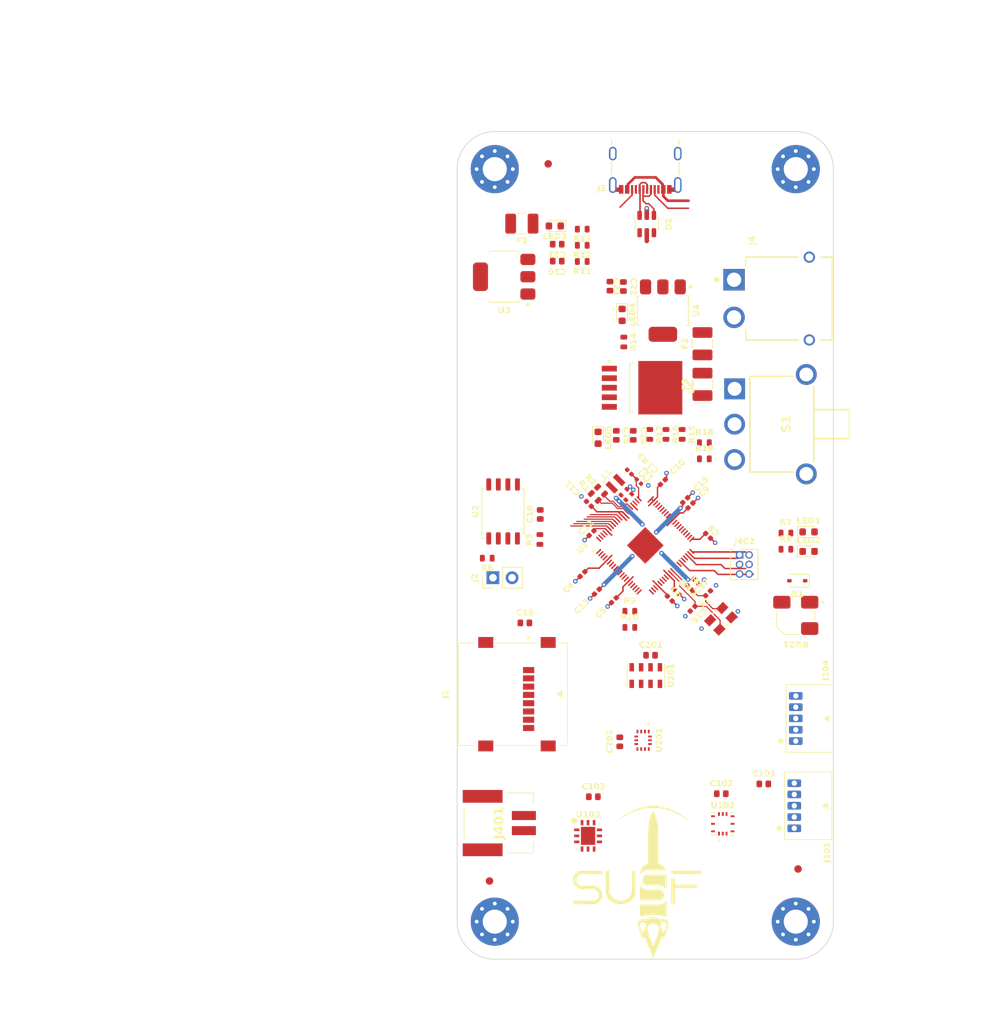
<source format=kicad_pcb>
(kicad_pcb (version 20241229) (generator "pcbnew") (generator_version "9.0")
  (title_block (title "${DOC_TYPE} Document") (date "2024-04-13") (rev "1.1") (company "${COMPANY}"))
  (layers (0 "F.Cu" mixed "L1") (4 "In1.Cu" power "L2 (GND)") (6 "In2.Cu" power "L3 (PWR)") (2 "B.Cu" mixed "L4") (13 "F.Paste" user) (15 "B.Paste" user) (5 "F.SilkS" user "F.Silkscreen") (7 "B.SilkS" user "B.Silkscreen") (1 "F.Mask" user) (3 "B.Mask" user) (25 "Edge.Cuts" user))
  (property "BOARD_NAME" "Board Name")
  (property "COMPANY" "Southampton University Spaceflight Society")
  (property "DESIGNER" "Ethan Wilson, ..., ....")
  (property "DOC_TYPE" "Fabrication")
  (property "PROJECT_NAME" "SUSF CanSat 25/26")
  (property "RELEASE_DATE" "")
  (property "REVIEWER" "...")
  (property "REVISION" "V1")
  (property "VARIANT" "DRAFT")
  (net 0 "")
  (net 1 "+3V3")
  (net 2 "/Sensor Board Schematic/MCU & Peripherals/STATUS_BUZZER-")
  (net 3 "/Sensor Board Schematic/MCU & Peripherals/STATUS_BUZZER+")
  (net 4 "/Sensor Board Schematic/MCU & Peripherals/VREG_AVDD")
  (net 5 "/Sensor Board Schematic/MCU & Peripherals/XIN")
  (net 6 "VREG")
  (net 7 "+5V")
  (net 8 "/Sensor Board Schematic/MCU & Peripherals/USB_D+")
  (net 9 "/Sensor Board Schematic/USBC & Battery Supply/D+")
  (net 10 "/Sensor Board Schematic/MCU & Peripherals/USB_D-")
  (net 11 "GND")
  (net 12 "/Sensor Board Schematic/USBC & Battery Supply/D-")
  (net 13 "/Sensor Board Schematic/MCU & Peripherals/SD_CMD")
  (net 14 "/Sensor Board Schematic/MCU & Peripherals/SD_DAT3")
  (net 15 "/Sensor Board Schematic/MCU & Peripherals/SD_DAT1")
  (net 16 "/Sensor Board Schematic/MCU & Peripherals/SD_DAT0")
  (net 17 "/Sensor Board Schematic/MCU & Peripherals/SD_CLK")
  (net 18 "/Sensor Board Schematic/MCU & Peripherals/SD_DAT2")
  (net 19 "/Sensor Board Schematic/MCU & Peripherals/GPIO30")
  (net 20 "/Sensor Board Schematic/MCU & Peripherals/RUN")
  (net 21 "/Sensor Board Schematic/MCU & Peripherals/GPIO32")
  (net 22 "/Sensor Board Schematic/MCU & Peripherals/GPIO31")
  (net 23 "/Sensor Board Schematic/USBC & Battery Supply/VBUS_PF")
  (net 24 "/Sensor Board Schematic/USBC & Battery Supply/CC1")
  (net 26 "/Sensor Board Schematic/USBC & Battery Supply/CC2")
  (net 28 "/Sensor Board Schematic/MCU & Peripherals/VREG_LX")
  (net 29 "Net-(LED1-K)")
  (net 30 "/Sensor Board Schematic/MCU & Peripherals/STATUS_LED_G")
  (net 31 "Net-(LED2-K)")
  (net 32 "/Sensor Board Schematic/MCU & Peripherals/STATUS_LED_R")
  (net 33 "Net-(LED3-K)")
  (net 34 "Net-(LED4-K)")
  (net 35 "Net-(LED5-K)")
  (net 37 "+1V1")
  (net 39 "Net-(C17-Pad1)")
  (net 71 "VBUS")
  (net 94 "/Sensor Board Schematic/MCU & Peripherals/USB_DP")
  (net 95 "/Sensor Board Schematic/MCU & Peripherals/USB_DM")
  (net 96 "/Sensor Board Schematic/MCU & Peripherals/XOUT")
  (net 97 "/Sensor Board Schematic/MCU & Peripherals/QSPI_CS")
  (net 98 "/Sensor Board Schematic/MCU & Peripherals/~{USB_BOOT}")
  (net 99 "/Sensor Board Schematic/AtmoSensors/I2C_SDA")
  (net 100 "/Sensor Board Schematic/AtmoSensors/I2C_SCL")
  (net 101 "Net-(U5-ADJ)")
  (net 102 "/Sensor Board Schematic/MCU & Peripherals/VBAT_sense")
  (net 104 "/Sensor Board Schematic/USBC & Battery Supply/BAT_CONN_OUT")
  (net 105 "/Sensor Board Schematic/USBC & Battery Supply/BAT_CONN_IN")
  (net 111 "/Sensor Board Schematic/MCU & Peripherals/QSPI_SD3")
  (net 113 "/Sensor Board Schematic/MCU & Peripherals/QSPI_SD0")
  (net 118 "/Sensor Board Schematic/MCU & Peripherals/QSPI_SD1")
  (net 120 "/Sensor Board Schematic/MCU & Peripherals/QSPI_SD2")
  (net 125 "/Sensor Board Schematic/MCU & Peripherals/QSPI_SCLK")
  (net 128 "/Sensor Board Schematic/AtmoSensors/ZMOD_RES")
  (net 129 "/Sensor Board Schematic/AtmoSensors/ZMOD_INT")
  (net 141 "/Sensor Board Schematic/AtmoSensors/SPS30_SEL")
  (footprint "0_Resistors:R_0603_1608_DensityHigh" (layer "F.Cu") (at 146.625 50.125 180)
    (property "Reference" "R12")
    (property "Value" "5.1kR" (hide yes))
  )
  (footprint "0_Passives:SOT-23-6" (layer "F.Cu") (at 155.2 47.3 -90)
    (property "Reference" "D2")
    (property "Value" "USBLC6-2SC6" (hide yes))
  )
  (footprint "0_Power:SOT-223-3_TabPin2" (layer "F.Cu") (at 136.25 54.3 180)
    (property "Reference" "U3")
    (property "Value" "NCP1117_3.3")
  )
  (footprint "0_Resistors:R_0603_1608_DensityHigh" (layer "F.Cu") (at 148.282485 83.565328 -45)
    (property "Reference" "R1")
    (property "Value" "27R" (hide yes))
  )
  (footprint "0_Resistors:R_0402_1005_DensityHigh" (layer "F.Cu") (at 152.878679 80.241926 135)
    (property "Reference" "R3")
    (property "Value" "33R" (hide yes))
  )
  (footprint "0_Resistors:R_0603_1608_DensityHigh" (layer "F.Cu") (at 140.995 89.2125 90)
    (property "Reference" "R5")
    (property "Value" "10kR" (hide yes))
  )
  (footprint "0_Capacitors:C_0402_1005_DensityMedium" (layer "F.Cu") (at 160.303301 83.989592 -135)
    (property "Reference" "C15")
    (property "Value" "4.7uF" (hide yes))
  )
  (footprint "0_Capacitors:C_0402_1005_DensityMedium" (layer "F.Cu") (at 150.82807 97.2832 -135)
    (property "Reference" "C5")
    (property "Value" "100nF" (hide yes))
  )
  (footprint "0_Connectors:PinHeader_2x03_P1.27mm_Vertical" (layer "F.Cu") (at 167.53 91.26)
    (property "Reference" "J402")
    (property "Value" "Conn_02x03" (hide yes))
  )
  (footprint "0_Capacitors:C_0402_1005_DensityMedium" (layer "F.Cu") (at 148.565328 96.151829 45)
    (property "Reference" "C13")
    (property "Value" "100nF" (hide yes))
  )
  (footprint "0_Capacitors:C_0603_1608_DensityHigh" (layer "F.Cu") (at 155.7 104.6)
    (property "Reference" "C201")
    (property "Value" "100nF" (hide yes))
  )
  (footprint "0_Passives:LED_0603_1608Metric" (layer "F.Cu") (at 176.7 88.21)
    (property "Reference" "LED1")
    (property "Value" "Green")
  )
  (footprint "0_Mechanical:MountingHole_3.2mm_M3_Pad_Via" (layer "F.Cu") (at 175 40)
    (property "Reference" "MH304" (hide yes))
    (property "Value" "M3_MountingHole_Pad" (hide yes))
  )
  (footprint "0_Capacitors:C_0603_1608_DensityHigh" (layer "F.Cu") (at 170.75 121.7)
    (property "Reference" "C101")
    (property "Value" "100nF" (hide yes))
  )
  (footprint "0_Resistors:R_0603_1608_DensityHigh" (layer "F.Cu") (at 159.9 75.25 -90)
    (property "Reference" "R15")
    (property "Value" "???R" (hide yes))
  )
  (footprint "0_Capacitors:C_0603_1608_DensityHigh" (layer "F.Cu") (at 165.1 123)
    (property "Reference" "C102")
    (property "Value" "100nF" (hide yes))
  )
  (footprint "0_Sensors:STC31-C-R3" (layer "F.Cu") (at 147.4 128.6)
    (property "Reference" "U103")
    (property "Value" "STC31-C-R3" (hide yes))
  )
  (footprint "0_Resistors:R_0603_1608_DensityHigh" (layer "F.Cu") (at 162.85 78.5)
    (property "Reference" "R19")
    (property "Value" "390kR" (hide yes))
  )
  (footprint "0_Passives:LED_0603_1608Metric" (layer "F.Cu") (at 176.7 90.8)
    (property "Reference" "LED2")
    (property "Value" "Red")
  )
  (footprint "0_Connectors:XT30_THT_H" (layer "F.Cu") (at 166.8 54.7 -90)
    (property "Reference" "J4")
    (property "Value" "XT30_THT_H" (hide yes))
  )
  (footprint "0_Capacitors:C_0402_1005_DensitySpaced" (layer "F.Cu") (at 152.171573 82.928932 45)
    (property "Reference" "C3")
    (property "Value" "4.7uF" (hide yes))
  )
  (footprint "0_Capacitors:C_0402_1005_DensityMedium" (layer "F.Cu") (at 146.65614 93.818377 -135)
    (property "Reference" "C4")
    (property "Value" "100nF" (hide yes))
  )
  (footprint "0_Power:Fuse_1210_3225Metric" (layer "F.Cu") (at 162.6 68.6 90)
    (property "Reference" "F3")
    (property "Value" "Fuse")
  )
  (footprint "0_Passives:LED_0603_1608Metric" (layer "F.Cu") (at 151.9225 59.3675 -90)
    (property "Reference" "LED4")
    (property "Value" "Red")
  )
  (footprint "0_Resistors:R_0603_1608_DensityHigh" (layer "F.Cu") (at 152.95 100.9)
    (property "Reference" "R10")
    (property "Value" "4.7kR" (hide yes))
  )
  (footprint "0_Capacitors:C_0603_1608_DensityHigh" (layer "F.Cu") (at 150.305 55.55 -90)
    (property "Reference" "C23")
    (property "Value" "10nF" (hide yes))
  )
  (footprint "0_Capacitors:C_0402_1005_DensityHigh" (layer "F.Cu") (at 154.151472 81.514719 -45)
    (property "Reference" "C1")
    (property "Value" "4.7uF" (hide yes))
  )
  (footprint "0_Capacitors:C_0402_1005_DensityMedium" (layer "F.Cu") (at 163.34386 96.363961 45)
    (property "Reference" "C17")
    (property "Value" "15pF" (hide yes))
  )
  (footprint "0_Capacitors:C_0402_1005_DensityMedium" (layer "F.Cu") (at 163.34386 88.727208 -45)
    (property "Reference" "C8")
    (property "Value" "100nF" (hide yes))
  )
  (footprint "0_Sensors:ZMOD4410AI1R" (layer "F.Cu") (at 165.3 127)
    (property "Reference" "U102")
    (property "Value" "ZMOD4410AI1R" (hide yes))
  )
  (footprint "0_Capacitors:C_0402_1005_DensityMedium" (layer "F.Cu") (at 161.788225 94.808326 135)
    (property "Reference" "C14")
    (property "Value" "100nF" (hide yes))
  )
  (footprint "0_Sensors:LSM6DSOQTR" (layer "F.Cu") (at 154.712 115.9 -90)
    (property "Reference" "U202")
    (property "Value" "LSM6DSOQTR" (hide yes))
  )
  (footprint "0_Capacitors:C_0402_1005_DensityMedium" (layer "F.Cu") (at 159.17193 96.151829 -45)
    (property "Reference" "C7")
    (property "Value" "100nF" (hide yes))
  )
  (footprint "0_Resistors:R_0603_1608_DensityHigh" (layer "F.Cu") (at 173.69 90.51)
    (property "Reference" "R8")
    (property "Value" "51R" (hide yes))
  )
  (footprint "0_Capacitors:C_0402_1005_DensityMedium" (layer "F.Cu") (at 147.858221 88.373654 -135)
    (property "Reference" "C12")
    (property "Value" "100nF" (hide yes))
  )
  (footprint "0_Capacitors:C_0603_1608_DensityHigh" (layer "F.Cu") (at 152.0925 55.6 -90)
    (property "Reference" "C22")
    (property "Value" "10nF" (hide yes))
  )
  (footprint "0_MCU:ABM8272T3" (layer "F.Cu") (at 165.040916 99.758074 45)
    (property "Reference" "X1")
    (property "Value" "ABM8-272-T3" (hide yes))
  )
  (footprint "0_Passives:BUZZER,5x5mm" (layer "F.Cu") (at 175 99.3 180)
    (property "Reference" "BUZ1")
    (property "Value" "~" (hide yes))
  )
  (footprint "0_Resistors:R_0603_1608_DensityHigh" (layer "F.Cu") (at 162.85 76.35)
    (property "Reference" "R18")
    (property "Value" "470kR" (hide yes))
  )
  (footprint "0_MCU:RP2350B_80QFN" (layer "F.Cu") (at 155 90 45)
    (property "Reference" "U1")
    (property "Value" "RP2350B" (hide yes))
  )
  (footprint "0_Capacitors:C_0603_1608_DensityHigh" (layer "F.Cu") (at 143.3 49.975 180)
    (property "Reference" "C21")
    (property "Value" "10nF" (hide yes))
  )
  (footprint "0_Capacitors:C_0402_1005_DensityMedium" (layer "F.Cu") (at 161.010407 84.696699 45)
    (property "Reference" "C9")
    (property "Value" "100nF" (hide yes))
  )
  (footprint "0_Capacitors:C_0603_1608_DensityHigh" (layer "F.Cu") (at 153.4 75.375 -90)
    (property "Reference" "C24")
    (property "Value" "10uF" (hide yes))
  )
  (footprint "0_Capacitors:C_0402_1005_DensityMedium" (layer "F.Cu") (at 158.252691 97.071068 -45)
    (property "Reference" "C6")
    (property "Value" "100nF" (hide yes))
  )
  (footprint "0_Resistors:R_0603_1608_DensityHigh" (layer "F.Cu") (at 152.95 98.75)
    (property "Reference" "R9")
    (property "Value" "4.7kR" (hide yes))
  )
  (footprint "0_Sensors:MS5607-02BA03" (layer "F.Cu") (at 155.075 107.3 -90)
    (property "Reference" "U201")
    (property "Value" "MS560702BA03-50" (hide yes))
  )
  (footprint "0_Mechanical:MountingHole_3.2mm_M3_Pad_Via" (layer "F.Cu") (at 135 140)
    (property "Reference" "MH301" (hide yes))
    (property "Value" "M3_MountingHole_Pad" (hide yes))
  )
  (footprint "0_Connectors:PinHeader_1x02_P2.54mm_Vertical" (layer "F.Cu") (at 134.76 94.3 90)
    (property "Reference" "J2")
    (property "Value" "Pin_01x02")
  )
  (footprint "0_Passives:LED_0603_1608Metric" (layer "F.Cu") (at 148.73 75.6925 -90)
    (property "Reference" "LED5")
    (property "Value" "Red")
  )
  (footprint "0_Mechanical:Fiducial_1mm_Mask2mm" (layer "F.Cu") (at 175.3 133)
    (property "Reference" "FID302" (hide yes))
    (property "Value" "Fiducial Marker" (hide yes))
  )
  (footprint "0_Resistors:R_0603_1608_DensityHigh" (layer "F.Cu") (at 152.1425 62.975 -90)
    (property "Reference" "R14")
    (property "Value" "51R" (hide yes))
  )
  (footprint "0_Mechanical:Fiducial_1mm_Mask2mm" (layer "F.Cu") (at 134.3 134.6)
    (property "Reference" "FID301" (hide yes))
    (property "Value" "Fiducial Marker" (hide yes))
  )
  (footprint "0_Power:1101M2S3AQE2" (layer "F.Cu") (at 166.87 69.195 90)
    (property "Reference" "S1")
    (property "Value" "SPST_1101M2S3AQE2" (hide yes))
  )
  (footprint "0_Mechanical:MountingHole_3.2mm_M3_Pad_Via" (layer "F.Cu") (at 175 140)
    (property "Reference" "MH302" (hide yes))
    (property "Value" "M3_MountingHole_Pad" (hide yes))
  )
  (footprint "0_Resistors:R_0603_1608_DensityHigh" (layer "F.Cu") (at 146.625 47.975 180)
    (property "Reference" "R13")
    (property "Value" "51R" (hide yes))
  )
  (footprint "0_Connectors:JST-S5B-ZR" (layer "F.Cu") (at 175 116 90)
    (property "Reference" "J104")
    (property "Value" "JST-S5B-ZR" (hide yes))
  )
  (footprint "0_Resistors:R_0603_1608_DensityHigh" (layer "F.Cu") (at 157.75 75.25 -90)
    (property "Reference" "R16")
    (property "Value" "???R" (hide yes))
  )
  (footprint "0_Capacitors:C_0402_1005_DensitySpaced" (layer "F.Cu") (at 152.807969 83.565328 45)
    (property "Reference" "C2")
    (property "Value" "4.7uF" (hide yes))
  )
  (footprint "0_Resistors:R_0603_1608_DensityHigh" (layer "F.Cu") (at 173.69 88.36)
    (property "Reference" "R7")
    (property "Value" "51R" (hide yes))
  )
  (footprint "0_Power:Fuse_1210_3225Metric" (layer "F.Cu") (at 162.6 63.2 90)
    (property "Reference" "F2")
    (property "Value" "Fuse")
  )
  (footprint "0_Resistors:R_0603_1608_DensityHigh" (layer "F.Cu") (at 134 91.7 180)
    (property "Reference" "R6")
    (property "Value" "1kR" (hide yes))
  )
  (footprint "0_Capacitors:C_0603_1608_DensityHigh" (layer "F.Cu") (at 151.612 116.1 90)
    (property "Reference" "C202")
    (property "Value" "100nF" (hide yes))
  )
  (footprint "0_Mechanical:Fiducial_1mm_Mask2mm" (layer "F.Cu") (at 142.1 39.3)
    (property "Reference" "FID303" (hide yes))
    (property "Value" "Fiducial Marker" (hide yes))
  )
  (footprint "0_Connectors:502352_0201" (layer "F.Cu") (at 136.13 126.9 -90)
    (property "Reference" "J401")
    (property "Value" "Molex_01x02" (hide yes))
  )
  (footprint "0_Capacitors:C_0603_1608_DensityHigh" (layer "F.Cu") (at 139 100.3)
    (property "Reference" "C19")
    (property "Value" "100nF" (hide yes))
  )
  (footprint "0_Connectors:JST-S5B-ZR" (layer "F.Cu") (at 174.8 127.6 90)
    (property "Reference" "J101")
    (property "Value" "SPS30" (hide yes))
  )
  (footprint "0_Resistors:R_0603_1608_DensityHigh" (layer "F.Cu") (at 146.625 52.275 180)
    (property "Reference" "R11")
    (property "Value" "5.1kR" (hide yes))
  )
  (footprint "0_Power:Fuse_1210_3225Metric" (layer "F.Cu") (at 138.6 47.2425 180)
    (property "Reference" "F1")
    (property "Value" "Fuse")
  )
  (footprint "0_Resistors:R_0603_1608_DensityHigh" (layer "F.Cu") (at 155.6 75.25 -90)
    (property "Reference" "R17")
    (property "Value" "51R" (hide yes))
  )
  (footprint "0_Capacitors:C_0603_1608_DensityHigh" (layer "F.Cu") (at 151.15 75.375 -90)
    (property "Reference" "C25")
    (property "Value" "10uF" (hide yes))
  )
  (footprint "0_Passives:LED_0603_1608Metric" (layer "F.Cu") (at 142.9825 47.555 180)
    (property "Reference" "LED3")
    (property "Value" "Red")
  )
  (footprint "0_Capacitors:C_0402_1005_DensityMedium" (layer "F.Cu") (at 161.29325 98.414571 -135)
    (property "Reference" "C16")
    (property "Value" "15pF" (hide yes))
  )
  (footprint "0_Connectors:Molex_472192001_uSD" (layer "F.Cu") (at 137.7 109.775 90)
    (property "Reference" "J1")
    (property "Value" "Micro_SD_Card" (hide yes))
  )
  (footprint "0_Power:MIC29302AWD" (layer "F.Cu") (at 157 69.05 -90)
    (property "Reference" "U5")
    (property "Value" "MIC29302AWD" (hide yes))
  )
  (footprint "0_Mechanical:MountingHole_3.2mm_M3_Pad_Via" (layer "F.Cu") (at 135 40)
    (property "Reference" "MH303" (hide yes))
    (property "Value" "M3_MountingHole_Pad" (hide yes))
  )
  (footprint "0_MCU:SOIC-8_5.3x5.3mm_P1.27mm" (layer "F.Cu") (at 136.1 85.5 90)
    (property "Reference" "U2")
    (property "Value" "S25FL128" (hide yes))
  )
  (footprint "0_Resistors:R_0402_1005_DensityMedium" (layer "F.Cu") (at 160.939697 95.656854 -45)
    (property "Reference" "R4")
    (property "Value" "1kR" (hide yes))
  )
  (footprint "0_Capacitors:C_0603_1608_DensityHigh" (layer "F.Cu") (at 141.045 85.8875 90)
    (property "Reference" "C18")
    (property "Value" "100nF" (hide yes))
  )
  (footprint "0_Capacitors:C_0402_1005_DensityMedium" (layer "F.Cu") (at 147.504668 84.484567 135)
    (property "Reference" "C11")
    (property "Value" "100nF" (hide yes))
  )
  (footprint "0_Power:SOT-223-3_TabPin2" (layer "F.Cu") (at 157.3375 58.8 -90)
    (property "Reference" "U4")
    (property "Value" "NCP1117_3.3")
  )
  (footprint "0_Passives:D_SOD-323" (layer "F.Cu") (at 175.2 94.7 180)
    (property "Reference" "D1")
    (property "Value" "~" (hide yes))
  )
  (footprint "0_Capacitors:C_0603_1608_DensityHigh" (layer "F.Cu") (at 148.1 123.4)
    (property "Reference" "C103")
    (property "Value" "100nF" (hide yes))
  )
  (footprint "SUSF_Footprint_Lib:SUSF_LOGO_BIG" (layer "F.Cu") (at 154.4 134.8)
    (property "Reference" "G***" (hide yes))
    (property "Value" "LOGO" (hide yes))
  )
  (footprint "0_Connectors:USB4105_GCT" (layer "F.Cu") (at 155 39.3 180)
    (property "Reference" "J3")
    (property "Value" "USBC_Conn")
  )
  (footprint "0_Capacitors:C_0402_1005_DensityMedium" (layer "F.Cu") (at 157.333452 81.585429 45)
    (property "Reference" "C10")
    (property "Value" "100nF" (hide yes))
  )
  (footprint "0_Capacitors:C_0603_1608_DensityHigh" (layer "F.Cu") (at 143.3 52.225 180)
    (property "Reference" "C20")
    (property "Value" "10nF" (hide yes))
  )
  (footprint "0_Resistors:R_0603_1608_DensityHigh" (layer "F.Cu") (at 149.131013 82.7168 -45)
    (property "Reference" "R2")
    (property "Value" "27R" (hide yes))
  )
  (footprint "0_MCU:L_AOTA_B20_2016" (layer "F.Cu") (at 151.040202 81.797561 45)
    (property "Reference" "L1")
    (property "Value" "3.3uH" (hide yes))
  )
  (gr_arc (start 175 35) (mid 178.535534 36.464466) (end 180 40) (stroke (width 0.1)) (layer "Edge.Cuts"))
  (gr_line (start 180 40) (end 180 140) (stroke (width 0.1)) (layer "Edge.Cuts"))
  (gr_arc (start 180 140) (mid 178.535534 143.535534) (end 175 145) (stroke (width 0.1)) (layer "Edge.Cuts"))
  (gr_arc (start 130 40) (mid 131.464466 36.464466) (end 135 35) (stroke (width 0.1)) (layer "Edge.Cuts"))
  (gr_line (start 175 145) (end 135 145) (stroke (width 0.1)) (layer "Edge.Cuts"))
  (gr_line (start 135 35) (end 175 35) (stroke (width 0.1)) (layer "Edge.Cuts"))
  (gr_line (start 130 140) (end 130 40) (stroke (width 0.1)) (layer "Edge.Cuts"))
  (gr_arc (start 135 145) (mid 131.464466 143.535534) (end 130 140) (stroke (width 0.1)) (layer "Edge.Cuts"))
  (segment (start 158.075914 93.924443) (end 157.474873 93.323402) (width 0.2) (layer "F.Cu") (net 1))
  (segment (start 159.596194 85.686649) (end 160.020458 85.686649) (width 0.2) (layer "F.Cu") (net 1))
  (segment (start 147.444564 93.029953) (end 148.858777 93.029953) (width 0.2) (layer "F.Cu") (net 1))
  (segment (start 156.626345 82.292536) (end 156.626345 83.565328) (width 0.2) (layer "F.Cu") (net 1))
  (segment (start 151.386432 85.537904) (end 148.579218 85.537904) (width 0.2) (layer "F.Cu") (net 1))
  (segment (start 151.924085 86.075557) (end 152.525126 86.676598) (width 0.2) (layer "F.Cu") (net 1))
  (segment (start 156.661701 95.338656) (end 156.035911 94.712867) (width 0.2) (layer "F.Cu") (net 1))
  (segment (start 152.030151 96.081118) (end 152.030151 95.515433) (width 0.2) (layer "F.Cu") (net 1))
  (segment (start 156.096015 84.095658) (end 155.470226 84.721448) (width 0.2) (layer "F.Cu") (net 1))
  (segment (start 158.6416 86.641243) (end 157.909744 87.373098) (width 0.2) (layer "F.Cu") (net 1))
  (segment (start 152.772613 94.772971) (end 153.373654 94.17193) (width 0.2) (layer "F.Cu") (net 1))
  (segment (start 158.075914 93.924443) (end 158.864338 94.712867) (width 0.2) (layer "F.Cu") (net 1))
  (segment (start 162.247844 89.186827) (end 163.036268 88.398403) (width 0.2) (layer "F.Cu") (net 1))
  (segment (start 149.944186 88.055456) (end 150.545227 88.656497) (width 0.2) (layer "F.Cu") (net 1))
  (segment (start 155.813173 83.812816) (end 156.096015 84.095658) (width 0.2) (layer "F.Cu") (net 1))
  (segment (start 151.952118 85.537904) (end 151.386432 85.537904) (width 0.2) (layer "F.Cu") (net 1))
  (segment (start 152.206928 85.792715) (end 151.952118 85.537904) (width 0.2) (layer "F.Cu") (net 1))
  (segment (start 148.579218 85.537904) (end 147.844079 84.802765) (width 0.2) (layer "F.Cu") (net 1))
  (segment (start 153.338299 84.661344) (end 153.93934 85.262385) (width 0.2) (layer "F.Cu") (net 1))
  (segment (start 148.858777 93.029953) (end 149.944186 91.944544) (width 0.2) (layer "F.Cu") (net 1))
  (segment (start 158.6416 86.641243) (end 159.596194 85.686649) (width 0.2) (layer "F.Cu") (net 1))
  (segment (start 149.944186 88.055456) (end 149.659576 87.770846) (width 0.15) (layer "F.Cu") (net 1))
  (segment (start 155.813173 83.812816) (end 155.399515 84.226473) (width 0.2) (layer "F.Cu") (net 1))
  (segment (start 156.661701 95.338656) (end 157.980455 96.65741) (width 0.2) (layer "F.Cu") (net 1))
  (segment (start 152.206928 85.792715) (end 152.807969 86.393755) (width 0.2) (layer "F.Cu") (net 1))
  (segment (start 160.020458 85.686649) (end 160.674532 85.032575) (width 0.2) (layer "F.Cu") (net 1))
  (segment (start 158.864338 94.712867) (end 158.864338 95.823024) (width 0.2) (layer "F.Cu") (net 1))
  (segment (start 146.974338 93.500179) (end 147.444564 93.029953) (width 0.2) (layer "F.Cu") (net 1))
  (segment (start 156.626345 83.565328) (end 156.096015 84.095658) (width 0.2) (layer "F.Cu") (net 1))
  (segment (start 151.238192 96.873078) (end 152.030151 96.081118) (width 0.2) (layer "F.Cu") (net 1))
  (segment (start 149.659576 87.770846) (end 148.46103 87.770846) (width 0.15) (layer "F.Cu") (net 1))
  (segment (start 151.924085 86.075557) (end 151.386432 85.537904) (width 0.2) (layer "F.Cu") (net 1))
  (segment (start 149.944186 91.944544) (end 150.555834 91.332896) (width 0.2) (layer "F.Cu") (net 1))
  (segment (start 148.46103 87.770846) (end 148.176419 88.055456) (width 0.15) (layer "F.Cu") (net 1))
  (segment (start 152.030151 95.515433) (end 153.01303 94.532554) (width 0.2) (layer "F.Cu") (net 1))
  (segment (start 161.187184 89.186827) (end 162.247844 89.186827) (width 0.2) (layer "F.Cu") (net 1))
  (segment (start 156.919795 81.999087) (end 156.626345 82.292536) (width 0.2) (layer "F.Cu") (net 1))
  (segment (start 153.239304 80.602551) (end 153.154451 80.602551) (width 0.2) (layer "F.Cu") (net 4))
  (segment (start 153.896913 81.26016) (end 153.239304 80.602551) (width 0.2) (layer "F.Cu") (net 4))
  (segment (start 153.797918 82.059191) (end 154.116116 82.377389) (width 0.15) (layer "F.Cu") (net 4))
  (segment (start 153.797918 81.444008) (end 153.797918 82.059191) (width 0.15) (layer "F.Cu") (net 4))
  (segment (start 154.116116 82.377389) (end 154.116116 83.742105) (width 0.15) (layer "F.Cu") (net 4))
  (segment (start 153.861558 81.380368) (end 153.797918 81.444008) (width 0.15) (layer "F.Cu") (net 4))
  (segment (start 164.943689 99.943689) (end 164.943689 101.057382) (width 0.15) (layer "F.Cu") (net 5))
  (segment (start 163.096372 98.096373) (end 164.943689 99.943689) (width 0.15) (layer "F.Cu") (net 5))
  (segment (start 159.560838 95.409367) (end 161.611448 97.459977) (width 0.15) (layer "F.Cu") (net 5))
  (segment (start 158.320927 93.60377) (end 159.560838 94.843681) (width 0.15) (layer "F.Cu") (net 5))
  (segment (start 161.611448 97.459977) (end 161.611448 98.096373) (width 0.15) (layer "F.Cu") (net 5))
  (segment (start 159.560838 94.843681) (end 159.560838 95.409367) (width 0.15) (layer "F.Cu") (net 5))
  (segment (start 164.943689 101.057382) (end 164.846462 101.154609) (width 0.15) (layer "F.Cu") (net 5))
  (segment (start 161.611448 98.096373) (end 163.096372 98.096373) (width 0.15) (layer "F.Cu") (net 5))
  (segment (start 154.3 42.735801) (end 154.3 46) (width 0.2) (layer "F.Cu") (net 9))
  (segment (start 155.25 42.6858) (end 155.25 42.05) (width 0.2) (layer "F.Cu") (net 9))
  (segment (start 155.25 42.05) (end 155 41.8) (width 0.2) (layer "F.Cu") (net 9))
  (segment (start 155 41.8) (end 154.5 41.8) (width 0.2) (layer "F.Cu") (net 9))
  (segment (start 154.5 41.8) (end 154.249999 42.050001) (width 0.2) (layer "F.Cu") (net 9))
  (segment (start 154.249999 42.050001) (end 154.249999 42.6858) (width 0.2) (layer "F.Cu") (net 9))
  (segment (start 167.16362 99.56362) (end 167.2 99.6) (width 0.2) (layer "F.Cu") (net 11))
  (segment (start 163.693878 89.056012) (end 164.284312 89.646447) (width 0.2) (layer "F.Cu") (net 11))
  (segment (start 161.353354 84.353752) (end 161.873078 83.834029) (width 0.2) (layer "F.Cu") (net 11))
  (segment (start 157.828427 81.090455) (end 157.828427 80.383348) (width 0.2) (layer "F.Cu") (net 11))
  (segment (start 159.500734 96.45942) (end 160.172486 97.131172) (width 0.2) (layer "F.Cu") (net 11))
  (segment (start 146.337942 94.136575) (end 145.701546 94.772971) (width 0.2) (layer "F.Cu") (net 11))
  (segment (start 157.598617 81.320264) (end 157.828427 81.090455) (width 0.2) (layer "F.Cu") (net 11))
  (segment (start 158.581496 97.378659) (end 159.253247 98.050411) (width 0.2) (layer "F.Cu") (net 11))
  (segment (start 160.642712 83.650181) (end 161.165971 83.126922) (width 0.2) (layer "F.Cu") (net 11))
  (segment (start 151.8 42.72865) (end 150.97135 42.72865) (width 0.6) (layer "F.Cu") (net 11))
  (segment (start 166.472807 99.56362) (end 167.16362 99.56362) (width 0.2) (layer "F.Cu") (net 11))
  (segment (start 158.199998 42.728648) (end 159.271352 42.728648) (width 0.6) (layer "F.Cu") (net 11))
  (segment (start 155.2 46.4625) (end 155.2 45.2) (width 0.6) (layer "F.Cu") (net 11))
  (segment (start 146.938982 89.292893) (end 147.540023 88.691852) (width 0.2) (layer "F.Cu") (net 11))
  (segment (start 147.667302 97.049855) (end 148.236523 96.480634) (width 0.2) (layer "F.Cu") (net 11))
  (segment (start 162.824136 94.550232) (end 162.198347 95.176022) (width 0.15) (layer "F.Cu") (net 11))
  (segment (start 149.990148 98.121121) (end 150.559369 97.5519) (width 0.2) (layer "F.Cu") (net 11))
  (via (at 152.984745 82.18647) (size 0.6) (drill 0.3) (layers "F.Cu" "B.Cu") (net 11))
  (via (at 157.828427 80.383348) (size 0.6) (drill 0.3) (layers "F.Cu" "B.Cu") (net 11))
  (via (at 167.303658 98.768124) (size 0.6) (drill 0.3) (layers "F.Cu" "B.Cu") (net 11))
  (via (at 155.399515 82.034442) (size 0.6) (drill 0.3) (layers "F.Cu" "B.Cu") (net 11))
  (via (at 145.701546 94.772971) (size 0.6) (drill 0.3) (layers "F.Cu" "B.Cu") (net 11))
  (via (at 159.253247 98.050411) (size 0.6) (drill 0.3) (layers "F.Cu" "B.Cu") (net 11))
  (via (at 164.40452 95.303301) (size 0.6) (drill 0.3) (layers "F.Cu" "B.Cu") (net 11))
  (via (at 153.409009 82.610734) (size 0.6) (drill 0.3) (layers "F.Cu" "B.Cu") (net 11))
  (via (at 160.172486 97.131172) (size 0.6) (drill 0.3) (layers "F.Cu" "B.Cu") (net 11))
  (via (at 146.938982 89.292893) (size 0.6) (drill 0.3) (layers "F.Cu" "B.Cu") (net 11))
  (via (at 160.328049 99.408056) (size 0.6) (drill 0.3) (layers "F.Cu" "B.Cu") (net 11))
  (via (at 162.470583 101.055614) (size 0.6) (drill 0.3) (layers "F.Cu" "B.Cu") (net 11))
  (via (at 155.2 45.2) (size 0.6) (drill 0.3) (layers "F.Cu" "B.Cu") (net 11))
  (via (at 164.284312 89.646447) (size 0.6) (drill 0.3) (layers "F.Cu" "B.Cu") (net 11))
  (via (at 162.010963 83.696143) (size 0.6) (drill 0.3) (layers "F.Cu" "B.Cu") (net 11))
  (via (at 161.303857 82.989036) (size 0.6) (drill 0.3) (layers "F.Cu" "B.Cu") (net 11))
  (via (at 162.824136 94.550232) (size 0.6) (drill 0.3) (layers "F.Cu" "B.Cu") (net 11))
  (via (at 147.667302 97.049855) (size 0.6) (drill 0.3) (layers "F.Cu" "B.Cu") (net 11))
  (via (at 149.990148 98.121121) (size 0.6) (drill 0.3) (layers "F.Cu" "B.Cu") (net 11))
  (via (at 146.514718 83.494618) (size 0.6) (drill 0.3) (layers "F.Cu" "B.Cu") (net 11))
  (segment (start 155.5 43.6) (end 154.699999 43.6) (width 0.2) (layer "F.Cu") (net 12))
  (segment (start 155.448943 44.599) (end 156.15 45.300057) (width 0.2) (layer "F.Cu") (net 12))
  (segment (start 155.750001 42.6858) (end 155.750001 43.349999) (width 0.2) (layer "F.Cu") (net 12))
  (segment (start 155.750001 43.349999) (end 155.5 43.6) (width 0.2) (layer "F.Cu") (net 12))
  (segment (start 155.099 44.599) (end 155.448943 44.599) (width 0.2) (layer "F.Cu") (net 12))
  (segment (start 154.699999 42.735801) (end 154.699999 44.199999) (width 0.2) (layer "F.Cu") (net 12))
  (segment (start 154.699999 44.199999) (end 155.099 44.599) (width 0.2) (layer "F.Cu") (net 12))
  (segment (start 156.15 45.300057) (end 156.15 46.4625) (width 0.2) (layer "F.Cu") (net 12))
  (segment (start 165.0692 92.552655) (end 165.588924 93.072379) (width 0.2) (layer "F.Cu") (net 19))
  (segment (start 160.621499 91.378858) (end 161.795296 92.552655) (width 0.2) (layer "F.Cu") (net 19))
  (segment (start 165.588924 93.072379) (end 168.34664 93.072379) (width 0.2) (layer "F.Cu") (net 19))
  (segment (start 161.795296 92.552655) (end 165.0692 92.552655) (width 0.2) (layer "F.Cu") (net 19))
  (segment (start 159.77297 92.227386) (end 160.893735 93.348151) (width 0.2) (layer "F.Cu") (net 20))
  (segment (start 160.893735 93.348151) (end 164.167639 93.348151) (width 0.2) (layer "F.Cu") (net 20))
  (segment (start 164.167639 93.348151) (end 164.676756 93.857267) (width 0.2) (layer "F.Cu") (net 20))
  (segment (start 164.676756 93.857267) (end 169.357803 93.857267) (width 0.2) (layer "F.Cu") (net 20))
  (segment (start 161.247288 90.873277) (end 168.325427 90.873277) (width 0.2) (layer "F.Cu") (net 21))
  (segment (start 160.904341 91.096015) (end 161.530131 91.721805) (width 0.2) (layer "F.Cu") (net 22))
  (segment (start 161.530131 91.721805) (end 167.377904 91.721805) (width 0.2) (layer "F.Cu") (net 22))
  (segment (start 153.612166 41.1) (end 156.387834 41.1) (width 0.35) (layer "F.Cu") (net 23))
  (segment (start 157.4 42.728649) (end 157.4 43.6) (width 0.35) (layer "F.Cu") (net 23))
  (segment (start 157.4 43.6) (end 158 44.2) (width 0.35) (layer "F.Cu") (net 23))
  (segment (start 152.7 42.5) (end 152.7 42.012166) (width 0.35) (layer "F.Cu") (net 23))
  (segment (start 152.7 42.012166) (end 153.612166 41.1) (width 0.35) (layer "F.Cu") (net 23))
  (segment (start 156.387834 41.1) (end 157.3 42.012166) (width 0.35) (layer "F.Cu") (net 23))
  (segment (start 157.3 42.012166) (end 157.3 42.55) (width 0.35) (layer "F.Cu") (net 23))
  (segment (start 158 44.2) (end 160.75 44.2) (width 0.35) (layer "F.Cu") (net 23))
  (segment (start 156.25 43.4573) (end 156.25 42.6858) (width 0.2) (layer "F.Cu") (net 24))
  (segment (start 160.75 45.2) (end 157.9927 45.2) (width 0.2) (layer "F.Cu") (net 24))
  (segment (start 157.9927 45.2) (end 156.25 43.4573) (width 0.2) (layer "F.Cu") (net 24))
  (segment (start 153.250001 43.449999) (end 153.250001 42.6858) (width 0.2) (layer "F.Cu") (net 26))
  (segment (start 151.65 45.05) (end 153.250001 43.449999) (width 0.2) (layer "F.Cu") (net 26))
  (segment (start 153.057931 84.982017) (end 152.58523 84.509316) (width 0.15) (layer "F.Cu") (net 37))
  (segment (start 159.666904 85.050253) (end 159.963889 84.753268) (width 0.2) (layer "F.Cu") (net 37))
  (segment (start 149.50578 95.211377) (end 151.39623 93.320927) (width 0.2) (layer "F.Cu") (net 37))
  (segment (start 152.196321 84.509316) (end 151.393755 83.70675) (width 0.15) (layer "F.Cu") (net 37))
  (segment (start 148.915346 95.801811) (end 149.50578 95.211377) (width 0.2) (layer "F.Cu") (net 37))
  (segment (start 158.358757 86.3584) (end 159.666904 85.050253) (width 0.2) (layer "F.Cu") (net 37))
  (segment (start 159.963889 84.753268) (end 159.963889 84.329004) (width 0.2) (layer "F.Cu") (net 37))
  (segment (start 158.886612 93.038084) (end 160.388153 94.539626) (width 0.15) (layer "F.Cu") (net 37))
  (segment (start 161.519524 94.539626) (end 160.670996 94.539626) (width 0.15) (layer "F.Cu") (net 37))
  (segment (start 160.388153 94.539626) (end 160.670996 94.539626) (width 0.15) (layer "F.Cu") (net 37))
  (segment (start 152.58523 84.509316) (end 152.196321 84.509316) (width 0.15) (layer "F.Cu") (net 37))
  (segment (start 151.393755 83.70675) (end 151.110912 83.70675) (width 0.15) (layer "F.Cu") (net 37))
  (via (at 160.670996 94.539626) (size 0.6) (drill 0.3) (layers "F.Cu" "B.Cu") (net 37))
  (via (at 151.535176 84.131014) (size 0.6) (drill 0.3) (layers "F.Cu" "B.Cu") (net 37))
  (via (at 157.156675 91.025305) (size 0.6) (drill 0.3) (layers "F.Cu" "B.Cu") (net 37))
  (via (at 156.460175 88.256982) (size 0.6) (drill 0.3) (layers "F.Cu" "B.Cu") (net 37))
  (via (at 149.50578 95.211377) (size 0.6) (drill 0.3) (layers "F.Cu" "B.Cu") (net 37))
  (via (at 154.611091 87.206928) (size 0.6) (drill 0.3) (layers "F.Cu" "B.Cu") (net 37))
  (via (at 151.110912 83.70675) (size 0.6) (drill 0.3) (layers "F.Cu" "B.Cu") (net 37))
  (via (at 159.666904 85.050253) (size 0.6) (drill 0.3) (layers "F.Cu" "B.Cu") (net 37))
  (via (at 153.278195 91.438962) (size 0.6) (drill 0.3) (layers "F.Cu" "B.Cu") (net 37))
  (segment (start 153.278195 91.438962) (end 149.50578 95.211377) (width 0.6) (layer "B.Cu") (net 37))
  (segment (start 156.460175 88.256982) (end 159.666904 85.050253) (width 0.6) (layer "B.Cu") (net 37))
  (segment (start 157.156675 91.025305) (end 160.670996 94.539626) (width 0.6) (layer "B.Cu") (net 37))
  (segment (start 151.110912 83.70675) (end 154.611091 87.206928) (width 0.6) (layer "B.Cu") (net 37))
  (segment (start 161.965002 96.682159) (end 163.025662 96.682159) (width 0.15) (layer "F.Cu") (net 39))
  (segment (start 163.980256 98.414571) (end 164.970205 98.414571) (width 0.15) (layer "F.Cu") (net 39))
  (segment (start 164.970205 98.414571) (end 165.076271 98.520637) (width 0.15) (layer "F.Cu") (net 39))
  (segment (start 163.025662 97.459977) (end 163.980256 98.414571) (width 0.15) (layer "F.Cu") (net 39))
  (segment (start 163.025662 96.682159) (end 163.025662 97.459977) (width 0.15) (layer "F.Cu") (net 39))
  (segment (start 161.353354 96.070512) (end 161.965002 96.682159) (width 0.15) (layer "F.Cu") (net 39))
  (segment (start 155.2 48.7375) (end 155.2 49.55) (width 0.6) (layer "F.Cu") (net 71))
  (segment (start 151.324216 85.111316) (end 150.602008 84.389108) (width 0.15) (layer "F.Cu") (net 94))
  (segment (start 152.091214 85.111315) (end 151.324216 85.111316) (width 0.15) (layer "F.Cu") (net 94))
  (segment (start 152.527601 85.547702) (end 152.091214 85.111315) (width 0.15) (layer "F.Cu") (net 94))
  (segment (start 150.602008 84.389108) (end 149.127478 84.389108) (width 0.15) (layer "F.Cu") (net 94))
  (segment (start 149.127478 84.389108) (end 148.682001 83.94363) (width 0.15) (layer "F.Cu") (net 94))
  (segment (start 150.698881 84.131014) (end 151.428183 84.860316) (width 0.15) (layer "F.Cu") (net 95))
  (segment (start 151.428183 84.860316) (end 152.370544 84.860315) (width 0.15) (layer "F.Cu") (net 95))
  (segment (start 150.283597 84.131014) (end 150.698881 84.131014) (width 0.15) (layer "F.Cu") (net 95))
  (segment (start 152.370544 84.860315) (end 152.775088 85.264859) (width 0.15) (layer "F.Cu") (net 95))
  (segment (start 149.389107 83.236524) (end 150.283597 84.131014) (width 0.15) (layer "F.Cu") (net 95))
  (segment (start 158.603769 93.320927) (end 160.674532 95.391689) (width 0.15) (layer "F.Cu") (net 96))
  (segment (start 145.086206 87.418903) (end 149.873319 87.418903) (width 0.15) (layer "F.Cu") (net 97))
  (segment (start 149.873319 87.418903) (end 150.227029 87.772614) (width 0.15) (layer "F.Cu") (net 97))
  (segment (start 151.641243 86.3584) (end 151.196747 85.913904) (width 0.15) (layer "F.Cu") (net 111))
  (segment (start 151.196747 85.913904) (end 147.682426 85.913904) (width 0.15) (layer "F.Cu") (net 111))
  (segment (start 150.667375 86.515904) (end 146.870212 86.515904) (width 0.15) (layer "F.Cu") (net 113))
  (segment (start 151.075557 86.924085) (end 150.667375 86.515904) (width 0.15) (layer "F.Cu") (net 113))
  (segment (start 145.492313 87.117903) (end 150.138004 87.117903) (width 0.15) (layer "F.Cu") (net 118))
  (segment (start 150.138004 87.117903) (end 150.509872 87.489771) (width 0.15) (layer "F.Cu") (net 118))
  (segment (start 150.792714 87.206928) (end 150.40269 86.816904) (width 0.15) (layer "F.Cu") (net 120))
  (segment (start 150.40269 86.816904) (end 145.89842 86.816904) (width 0.15) (layer "F.Cu") (net 120))
  (segment (start 151.3584 86.641243) (end 150.932061 86.214904) (width 0.15) (layer "F.Cu") (net 125))
  (segment (start 150.932061 86.214904) (end 147.276319 86.214904) (width 0.15) (layer "F.Cu") (net 125))
)
</source>
